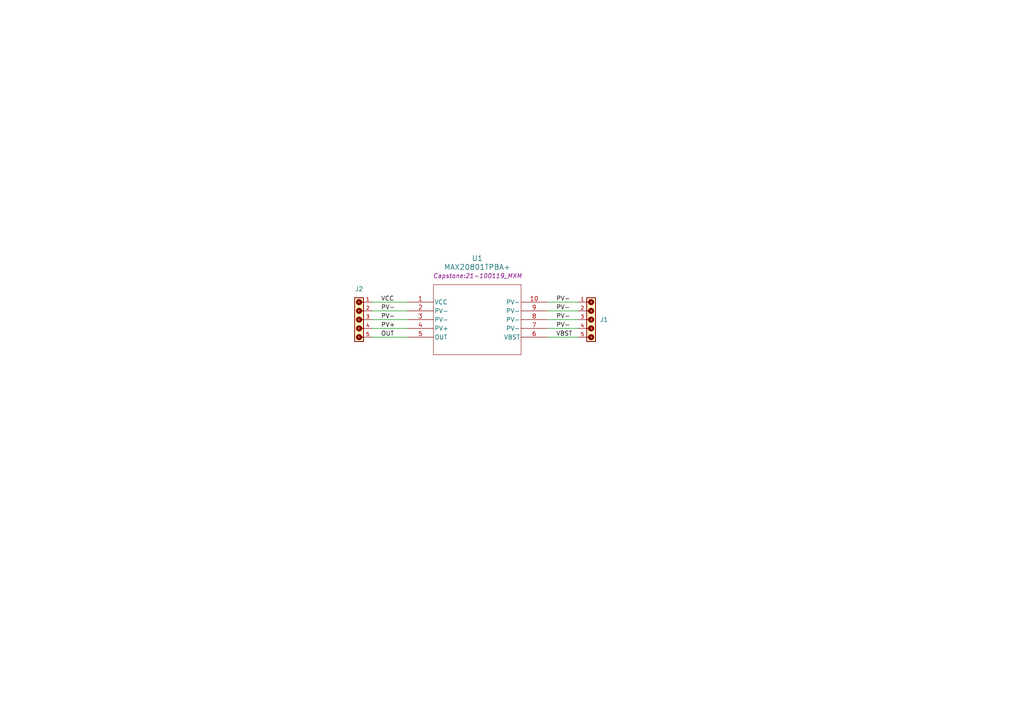
<source format=kicad_sch>
(kicad_sch (version 20231120) (generator "eeschema") (generator_version "8.0")
  (paper "A4")
  (lib_symbols
    (symbol "Capstone:6130XX11121_61300511121" (pin_names (offset 1.016))
      (property "Reference" "J" (at -7.62 -1.778 0))
      (symbol "6130XX11121_61300511121_0_0"
        (rectangle (start -6.35 -2.54) (end 6.35 0) (stroke (width 0.254)) (fill (type background)))
        (circle (center -5.08 -1.27) (radius 0.254) (stroke (width 0.635)))
        (circle (center -2.54 -1.27) (radius 0.254) (stroke (width 0.635)))
        (circle (center 0 -1.27) (radius 0.254) (stroke (width 0.635)))
        (polyline (pts (xy -5.08 -1.27) (xy -5.08 -2.54)) (stroke (width 0.254)))
        (polyline (pts (xy -2.54 -1.27) (xy -2.54 -2.54)) (stroke (width 0.254)))
        (polyline (pts (xy 0 -1.27) (xy 0 -2.54)) (stroke (width 0.254)))
        (polyline (pts (xy 2.54 -1.27) (xy 2.54 -2.54)) (stroke (width 0.254)))
        (polyline (pts (xy 5.08 -1.27) (xy 5.08 -2.54)) (stroke (width 0.254)))
        (circle (center 2.54 -1.27) (radius 0.254) (stroke (width 0.635)))
        (circle (center 5.08 -1.27) (radius 0.254) (stroke (width 0.635)))
        (pin passive line (at -5.08 -5.08 90) (length 2.54) (name "~") (number "1"))
        (pin passive line (at -2.54 -5.08 90) (length 2.54) (name "~") (number "2"))
        (pin passive line (at 0 -5.08 90) (length 2.54) (name "~") (number "3"))
        (pin passive line (at 2.54 -5.08 90) (length 2.54) (name "~") (number "4"))
        (pin passive line (at 5.08 -5.08 90) (length 2.54) (name "~") (number "5"))
      )
    )
    (symbol "Capstone:MAX20801TPBA+" (pin_names (offset 0.254))
      (property "Reference" "U" (at 20.32 10.16 0))
      (property "Value" "MAX20801TPBA+" (at 20.32 7.62 0))
      (property "Footprint" "21-100119_MXM" (at 0 0 0))
      (symbol "MAX20801TPBA+_1_1"
        (polyline (pts (xy 7.62 -15.24) (xy 33.02 -15.24)) (stroke (width 0.127)))
        (polyline (pts (xy 7.62 5.08) (xy 7.62 -15.24)) (stroke (width 0.127)))
        (polyline (pts (xy 33.02 -15.24) (xy 33.02 5.08)) (stroke (width 0.127)))
        (polyline (pts (xy 33.02 5.08) (xy 7.62 5.08)) (stroke (width 0.127)))
        (pin power_in line (at 0 0 0) (length 7.62) (name "VCC") (number "1"))
        (pin input line (at 40.64 0 180) (length 7.62) (name "PV-") (number "10"))
        (pin input line (at 0 -2.54 0) (length 7.62) (name "PV-") (number "2"))
        (pin input line (at 0 -5.08 0) (length 7.62) (name "PV-") (number "3"))
        (pin input line (at 0 -7.62 0) (length 7.62) (name "PV+") (number "4"))
        (pin output line (at 0 -10.16 0) (length 7.62) (name "OUT") (number "5"))
        (pin power_in line (at 40.64 -10.16 180) (length 7.62) (name "VBST") (number "6"))
        (pin input line (at 40.64 -7.62 180) (length 7.62) (name "PV-") (number "7"))
        (pin input line (at 40.64 -5.08 180) (length 7.62) (name "PV-") (number "8"))
        (pin input line (at 40.64 -2.54 180) (length 7.62) (name "PV-") (number "9"))
      )
    )
  )
  (wire (pts (xy 158.75 95.25) (xy 167.64 95.25)))
  (wire (pts (xy 107.95 90.17) (xy 118.11 90.17)))
  (wire (pts (xy 158.75 90.17) (xy 167.64 90.17)))
  (wire (pts (xy 158.75 87.63) (xy 167.64 87.63)))
  (wire (pts (xy 107.95 95.25) (xy 118.11 95.25)))
  (wire (pts (xy 107.95 92.71) (xy 118.11 92.71)))
  (wire (pts (xy 158.75 97.79) (xy 167.64 97.79)))
  (wire (pts (xy 107.95 87.63) (xy 118.11 87.63)))
  (wire (pts (xy 158.75 92.71) (xy 167.64 92.71)))
  (wire (pts (xy 107.95 97.79) (xy 118.11 97.79)))
  (label "PV-" (at 110.49 92.71 0))
  (label "PV-" (at 161.29 90.17 0))
  (label "VBST" (at 161.29 97.79 0))
  (label "PV-" (at 110.49 90.17 0))
  (label "PV+" (at 110.49 95.25 0))
  (label "PV-" (at 161.29 95.25 0))
  (label "OUT" (at 110.49 97.79 0))
  (label "PV-" (at 161.29 87.63 0))
  (label "PV-" (at 161.29 92.71 0))
  (label "VCC" (at 110.49 87.63 0))
  (symbol (lib_id "Capstone:MAX20801TPBA+") (at 118.11 87.63 0) (unit 1)
    (property "Reference" "U1" (at 138.43 74.93 0) (effects (font (size 1.524 1.524))))
    (property "Value" "MAX20801TPBA+" (at 138.43 77.47 0) (effects (font (size 1.524 1.524))))
    (property "Footprint" "Capstone:21-100119_MXM" (at 138.43 80.01 0) (effects (font (italic yes))))
    (property "Datasheet" "MAX20801TPBA+" (effects (hide yes)))
  )
  (symbol (lib_id "Capstone:6130XX11121_61300511121") (at 172.72 92.71 270) (unit 1)
    (property "Reference" "J1" (at 173.99 92.7099 90) (effects (justify left)))
    (property "Value" "61300511121" (effects (hide yes)))
    (property "Footprint" "Capstone:61300511121" (effects (hide yes)))
    (property "ROWS" "Single" (effects (hide yes)))
    (property "GENDER" "Pin Header" (effects (hide yes)))
    (property "MOUNT" "THT" (effects (hide yes)))
    (property "IR" "3A" (effects (hide yes)))
    (property "PACKAGING" "Bag" (effects (hide yes)))
    (property "PART-NUMBER" "61300511121" (effects (hide yes)))
    (property "DATASHEET-URL" "https://www.we-online.com/redexpert/spec/61300511121?ae" (effects (hide yes)))
    (property "PITCH" "2.54mm" (effects (hide yes)))
    (property "PINS" "5" (effects (hide yes)))
    (property "TYPE" "Straight" (effects (hide yes)))
  )
  (symbol (lib_id "Capstone:6130XX11121_61300511121") (at 102.87 92.71 90) (mirror x) (unit 1)
    (property "Reference" "J2" (at 104.14 83.82 90))
    (property "Value" "61300511121" (effects (hide yes)))
    (property "Footprint" "Capstone:61300511121" (effects (hide yes)))
    (property "ROWS" "Single" (effects (hide yes)))
    (property "GENDER" "Pin Header" (effects (hide yes)))
    (property "MOUNT" "THT" (effects (hide yes)))
    (property "IR" "3A" (effects (hide yes)))
    (property "PACKAGING" "Bag" (effects (hide yes)))
    (property "PART-NUMBER" "61300511121" (effects (hide yes)))
    (property "DATASHEET-URL" "https://www.we-online.com/redexpert/spec/61300511121?ae" (effects (hide yes)))
    (property "PITCH" "2.54mm" (effects (hide yes)))
    (property "PINS" "5" (effects (hide yes)))
    (property "TYPE" "Straight" (effects (hide yes)))
  )
)
</source>
